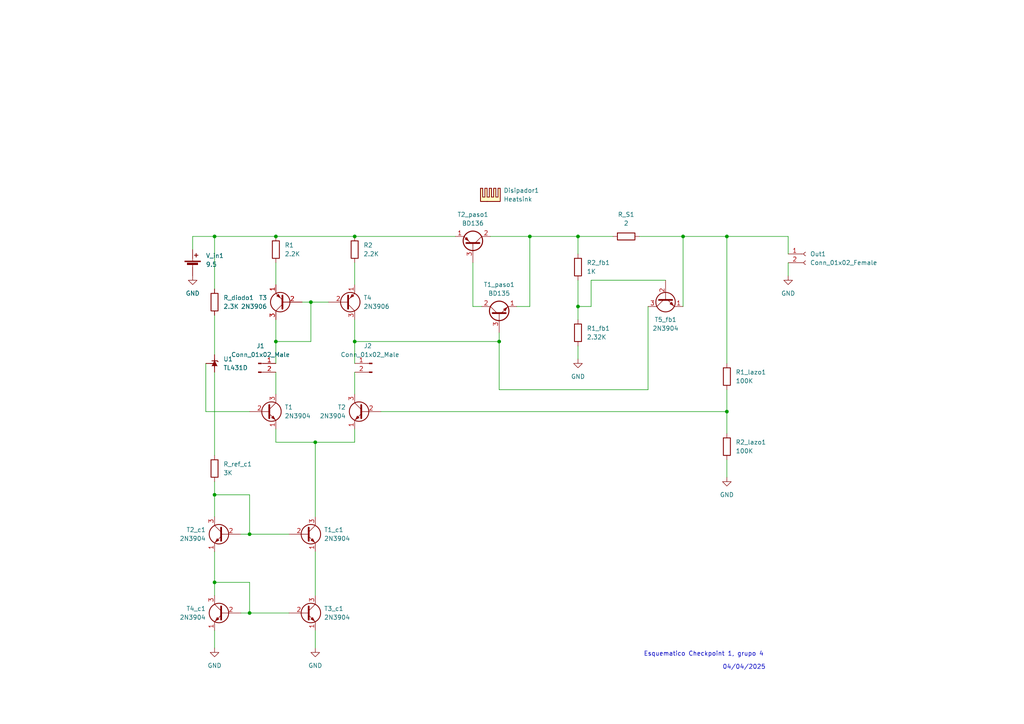
<source format=kicad_sch>
(kicad_sch (version 20211123) (generator eeschema)

  (uuid c0c98a60-d231-4430-b97d-72aee9277589)

  (paper "A4")

  (lib_symbols
    (symbol "Connector:Conn_01x02_Female" (pin_names (offset 1.016) hide) (in_bom yes) (on_board yes)
      (property "Reference" "J" (id 0) (at 0 2.54 0)
        (effects (font (size 1.27 1.27)))
      )
      (property "Value" "Conn_01x02_Female" (id 1) (at 0 -5.08 0)
        (effects (font (size 1.27 1.27)))
      )
      (property "Footprint" "" (id 2) (at 0 0 0)
        (effects (font (size 1.27 1.27)) hide)
      )
      (property "Datasheet" "~" (id 3) (at 0 0 0)
        (effects (font (size 1.27 1.27)) hide)
      )
      (property "ki_keywords" "connector" (id 4) (at 0 0 0)
        (effects (font (size 1.27 1.27)) hide)
      )
      (property "ki_description" "Generic connector, single row, 01x02, script generated (kicad-library-utils/schlib/autogen/connector/)" (id 5) (at 0 0 0)
        (effects (font (size 1.27 1.27)) hide)
      )
      (property "ki_fp_filters" "Connector*:*_1x??_*" (id 6) (at 0 0 0)
        (effects (font (size 1.27 1.27)) hide)
      )
      (symbol "Conn_01x02_Female_1_1"
        (arc (start 0 -2.032) (mid -0.508 -2.54) (end 0 -3.048)
          (stroke (width 0.1524) (type default) (color 0 0 0 0))
          (fill (type none))
        )
        (polyline
          (pts
            (xy -1.27 -2.54)
            (xy -0.508 -2.54)
          )
          (stroke (width 0.1524) (type default) (color 0 0 0 0))
          (fill (type none))
        )
        (polyline
          (pts
            (xy -1.27 0)
            (xy -0.508 0)
          )
          (stroke (width 0.1524) (type default) (color 0 0 0 0))
          (fill (type none))
        )
        (arc (start 0 0.508) (mid -0.508 0) (end 0 -0.508)
          (stroke (width 0.1524) (type default) (color 0 0 0 0))
          (fill (type none))
        )
        (pin passive line (at -5.08 0 0) (length 3.81)
          (name "Pin_1" (effects (font (size 1.27 1.27))))
          (number "1" (effects (font (size 1.27 1.27))))
        )
        (pin passive line (at -5.08 -2.54 0) (length 3.81)
          (name "Pin_2" (effects (font (size 1.27 1.27))))
          (number "2" (effects (font (size 1.27 1.27))))
        )
      )
    )
    (symbol "Connector:Conn_01x02_Male" (pin_names (offset 1.016) hide) (in_bom yes) (on_board yes)
      (property "Reference" "J" (id 0) (at 0 2.54 0)
        (effects (font (size 1.27 1.27)))
      )
      (property "Value" "Conn_01x02_Male" (id 1) (at 0 -5.08 0)
        (effects (font (size 1.27 1.27)))
      )
      (property "Footprint" "" (id 2) (at 0 0 0)
        (effects (font (size 1.27 1.27)) hide)
      )
      (property "Datasheet" "~" (id 3) (at 0 0 0)
        (effects (font (size 1.27 1.27)) hide)
      )
      (property "ki_keywords" "connector" (id 4) (at 0 0 0)
        (effects (font (size 1.27 1.27)) hide)
      )
      (property "ki_description" "Generic connector, single row, 01x02, script generated (kicad-library-utils/schlib/autogen/connector/)" (id 5) (at 0 0 0)
        (effects (font (size 1.27 1.27)) hide)
      )
      (property "ki_fp_filters" "Connector*:*_1x??_*" (id 6) (at 0 0 0)
        (effects (font (size 1.27 1.27)) hide)
      )
      (symbol "Conn_01x02_Male_1_1"
        (polyline
          (pts
            (xy 1.27 -2.54)
            (xy 0.8636 -2.54)
          )
          (stroke (width 0.1524) (type default) (color 0 0 0 0))
          (fill (type none))
        )
        (polyline
          (pts
            (xy 1.27 0)
            (xy 0.8636 0)
          )
          (stroke (width 0.1524) (type default) (color 0 0 0 0))
          (fill (type none))
        )
        (rectangle (start 0.8636 -2.413) (end 0 -2.667)
          (stroke (width 0.1524) (type default) (color 0 0 0 0))
          (fill (type outline))
        )
        (rectangle (start 0.8636 0.127) (end 0 -0.127)
          (stroke (width 0.1524) (type default) (color 0 0 0 0))
          (fill (type outline))
        )
        (pin passive line (at 5.08 0 180) (length 3.81)
          (name "Pin_1" (effects (font (size 1.27 1.27))))
          (number "1" (effects (font (size 1.27 1.27))))
        )
        (pin passive line (at 5.08 -2.54 180) (length 3.81)
          (name "Pin_2" (effects (font (size 1.27 1.27))))
          (number "2" (effects (font (size 1.27 1.27))))
        )
      )
    )
    (symbol "Device:Battery_Cell" (pin_numbers hide) (pin_names (offset 0) hide) (in_bom yes) (on_board yes)
      (property "Reference" "BT" (id 0) (at 2.54 2.54 0)
        (effects (font (size 1.27 1.27)) (justify left))
      )
      (property "Value" "Battery_Cell" (id 1) (at 2.54 0 0)
        (effects (font (size 1.27 1.27)) (justify left))
      )
      (property "Footprint" "" (id 2) (at 0 1.524 90)
        (effects (font (size 1.27 1.27)) hide)
      )
      (property "Datasheet" "~" (id 3) (at 0 1.524 90)
        (effects (font (size 1.27 1.27)) hide)
      )
      (property "ki_keywords" "battery cell" (id 4) (at 0 0 0)
        (effects (font (size 1.27 1.27)) hide)
      )
      (property "ki_description" "Single-cell battery" (id 5) (at 0 0 0)
        (effects (font (size 1.27 1.27)) hide)
      )
      (symbol "Battery_Cell_0_1"
        (rectangle (start -2.286 1.778) (end 2.286 1.524)
          (stroke (width 0) (type default) (color 0 0 0 0))
          (fill (type outline))
        )
        (rectangle (start -1.5748 1.1938) (end 1.4732 0.6858)
          (stroke (width 0) (type default) (color 0 0 0 0))
          (fill (type outline))
        )
        (polyline
          (pts
            (xy 0 0.762)
            (xy 0 0)
          )
          (stroke (width 0) (type default) (color 0 0 0 0))
          (fill (type none))
        )
        (polyline
          (pts
            (xy 0 1.778)
            (xy 0 2.54)
          )
          (stroke (width 0) (type default) (color 0 0 0 0))
          (fill (type none))
        )
        (polyline
          (pts
            (xy 0.508 3.429)
            (xy 1.524 3.429)
          )
          (stroke (width 0.254) (type default) (color 0 0 0 0))
          (fill (type none))
        )
        (polyline
          (pts
            (xy 1.016 3.937)
            (xy 1.016 2.921)
          )
          (stroke (width 0.254) (type default) (color 0 0 0 0))
          (fill (type none))
        )
      )
      (symbol "Battery_Cell_1_1"
        (pin passive line (at 0 5.08 270) (length 2.54)
          (name "+" (effects (font (size 1.27 1.27))))
          (number "1" (effects (font (size 1.27 1.27))))
        )
        (pin passive line (at 0 -2.54 90) (length 2.54)
          (name "-" (effects (font (size 1.27 1.27))))
          (number "2" (effects (font (size 1.27 1.27))))
        )
      )
    )
    (symbol "Device:R" (pin_numbers hide) (pin_names (offset 0)) (in_bom yes) (on_board yes)
      (property "Reference" "R" (id 0) (at 2.032 0 90)
        (effects (font (size 1.27 1.27)))
      )
      (property "Value" "R" (id 1) (at 0 0 90)
        (effects (font (size 1.27 1.27)))
      )
      (property "Footprint" "" (id 2) (at -1.778 0 90)
        (effects (font (size 1.27 1.27)) hide)
      )
      (property "Datasheet" "~" (id 3) (at 0 0 0)
        (effects (font (size 1.27 1.27)) hide)
      )
      (property "ki_keywords" "R res resistor" (id 4) (at 0 0 0)
        (effects (font (size 1.27 1.27)) hide)
      )
      (property "ki_description" "Resistor" (id 5) (at 0 0 0)
        (effects (font (size 1.27 1.27)) hide)
      )
      (property "ki_fp_filters" "R_*" (id 6) (at 0 0 0)
        (effects (font (size 1.27 1.27)) hide)
      )
      (symbol "R_0_1"
        (rectangle (start -1.016 -2.54) (end 1.016 2.54)
          (stroke (width 0.254) (type default) (color 0 0 0 0))
          (fill (type none))
        )
      )
      (symbol "R_1_1"
        (pin passive line (at 0 3.81 270) (length 1.27)
          (name "~" (effects (font (size 1.27 1.27))))
          (number "1" (effects (font (size 1.27 1.27))))
        )
        (pin passive line (at 0 -3.81 90) (length 1.27)
          (name "~" (effects (font (size 1.27 1.27))))
          (number "2" (effects (font (size 1.27 1.27))))
        )
      )
    )
    (symbol "Mechanical:Heatsink" (pin_names (offset 1.016)) (in_bom yes) (on_board yes)
      (property "Reference" "HS" (id 0) (at 0 5.08 0)
        (effects (font (size 1.27 1.27)))
      )
      (property "Value" "Heatsink" (id 1) (at 0 -1.27 0)
        (effects (font (size 1.27 1.27)))
      )
      (property "Footprint" "" (id 2) (at 0.3048 0 0)
        (effects (font (size 1.27 1.27)) hide)
      )
      (property "Datasheet" "~" (id 3) (at 0.3048 0 0)
        (effects (font (size 1.27 1.27)) hide)
      )
      (property "ki_keywords" "thermal heat temperature" (id 4) (at 0 0 0)
        (effects (font (size 1.27 1.27)) hide)
      )
      (property "ki_description" "Heatsink" (id 5) (at 0 0 0)
        (effects (font (size 1.27 1.27)) hide)
      )
      (property "ki_fp_filters" "Heatsink_*" (id 6) (at 0 0 0)
        (effects (font (size 1.27 1.27)) hide)
      )
      (symbol "Heatsink_0_1"
        (polyline
          (pts
            (xy -0.3302 1.27)
            (xy -0.9652 1.27)
            (xy -0.9652 3.81)
            (xy -1.6002 3.81)
            (xy -1.6002 1.27)
            (xy -2.2352 1.27)
            (xy -2.2352 3.81)
            (xy -2.8702 3.81)
            (xy -2.8702 0)
            (xy -0.9652 0)
          )
          (stroke (width 0.254) (type default) (color 0 0 0 0))
          (fill (type background))
        )
        (polyline
          (pts
            (xy -0.3302 1.27)
            (xy -0.3302 3.81)
            (xy 0.3048 3.81)
            (xy 0.3048 1.27)
            (xy 0.9398 1.27)
            (xy 0.9398 3.81)
            (xy 1.5748 3.81)
            (xy 1.5748 1.27)
            (xy 2.2098 1.27)
            (xy 2.2098 3.81)
            (xy 2.8448 3.81)
            (xy 2.8448 0)
            (xy -0.9652 0)
          )
          (stroke (width 0.254) (type default) (color 0 0 0 0))
          (fill (type background))
        )
      )
    )
    (symbol "Reference_Voltage:TL431D" (pin_numbers hide) (pin_names hide) (in_bom yes) (on_board yes)
      (property "Reference" "U" (id 0) (at 0 -2.54 0)
        (effects (font (size 1.27 1.27)))
      )
      (property "Value" "TL431D" (id 1) (at 0 -4.445 0)
        (effects (font (size 1.27 1.27)))
      )
      (property "Footprint" "Package_SO:SOIC-8_3.9x4.9mm_P1.27mm" (id 2) (at 0 -6.35 0)
        (effects (font (size 1.27 1.27) italic) hide)
      )
      (property "Datasheet" "http://www.ti.com/lit/ds/symlink/tl431.pdf" (id 3) (at 0 0 0)
        (effects (font (size 1.27 1.27) italic) hide)
      )
      (property "ki_keywords" "diode device shunt regulator" (id 4) (at 0 0 0)
        (effects (font (size 1.27 1.27)) hide)
      )
      (property "ki_description" "Shunt Regulator, SO-8" (id 5) (at 0 0 0)
        (effects (font (size 1.27 1.27)) hide)
      )
      (property "ki_fp_filters" "SOIC?8*3.9x4.9mm*P1.27mm*" (id 6) (at 0 0 0)
        (effects (font (size 1.27 1.27)) hide)
      )
      (symbol "TL431D_0_1"
        (polyline
          (pts
            (xy -1.27 0)
            (xy 0 0)
            (xy 1.27 0)
          )
          (stroke (width 0) (type default) (color 0 0 0 0))
          (fill (type none))
        )
        (polyline
          (pts
            (xy -0.762 0.762)
            (xy 0.762 0)
            (xy -0.762 -0.762)
          )
          (stroke (width 0) (type default) (color 0 0 0 0))
          (fill (type outline))
        )
        (polyline
          (pts
            (xy 0.508 -1.016)
            (xy 0.762 -0.762)
            (xy 0.762 0.762)
            (xy 0.762 0.762)
          )
          (stroke (width 0.254) (type default) (color 0 0 0 0))
          (fill (type none))
        )
      )
      (symbol "TL431D_1_1"
        (polyline
          (pts
            (xy 0 1.27)
            (xy 0 0)
          )
          (stroke (width 0) (type default) (color 0 0 0 0))
          (fill (type none))
        )
        (pin passive line (at 2.54 0 180) (length 2.54)
          (name "K" (effects (font (size 1.27 1.27))))
          (number "1" (effects (font (size 1.27 1.27))))
        )
        (pin passive line (at -2.54 0 0) (length 2.54)
          (name "A" (effects (font (size 1.27 1.27))))
          (number "2" (effects (font (size 1.27 1.27))))
        )
        (pin passive line (at -2.54 0 0) (length 2.54) hide
          (name "A" (effects (font (size 1.27 1.27))))
          (number "3" (effects (font (size 1.27 1.27))))
        )
        (pin passive line (at -2.54 0 0) (length 2.54) hide
          (name "A" (effects (font (size 1.27 1.27))))
          (number "6" (effects (font (size 1.27 1.27))))
        )
        (pin passive line (at -2.54 0 0) (length 2.54) hide
          (name "A" (effects (font (size 1.27 1.27))))
          (number "7" (effects (font (size 1.27 1.27))))
        )
        (pin passive line (at 0 2.54 270) (length 2.54)
          (name "REF" (effects (font (size 1.27 1.27))))
          (number "8" (effects (font (size 1.27 1.27))))
        )
      )
    )
    (symbol "Transistor_BJT:2N3904" (pin_names (offset 0) hide) (in_bom yes) (on_board yes)
      (property "Reference" "Q" (id 0) (at 5.08 1.905 0)
        (effects (font (size 1.27 1.27)) (justify left))
      )
      (property "Value" "2N3904" (id 1) (at 5.08 0 0)
        (effects (font (size 1.27 1.27)) (justify left))
      )
      (property "Footprint" "Package_TO_SOT_THT:TO-92_Inline" (id 2) (at 5.08 -1.905 0)
        (effects (font (size 1.27 1.27) italic) (justify left) hide)
      )
      (property "Datasheet" "https://www.onsemi.com/pub/Collateral/2N3903-D.PDF" (id 3) (at 0 0 0)
        (effects (font (size 1.27 1.27)) (justify left) hide)
      )
      (property "ki_keywords" "NPN Transistor" (id 4) (at 0 0 0)
        (effects (font (size 1.27 1.27)) hide)
      )
      (property "ki_description" "0.2A Ic, 40V Vce, Small Signal NPN Transistor, TO-92" (id 5) (at 0 0 0)
        (effects (font (size 1.27 1.27)) hide)
      )
      (property "ki_fp_filters" "TO?92*" (id 6) (at 0 0 0)
        (effects (font (size 1.27 1.27)) hide)
      )
      (symbol "2N3904_0_1"
        (polyline
          (pts
            (xy 0.635 0.635)
            (xy 2.54 2.54)
          )
          (stroke (width 0) (type default) (color 0 0 0 0))
          (fill (type none))
        )
        (polyline
          (pts
            (xy 0.635 -0.635)
            (xy 2.54 -2.54)
            (xy 2.54 -2.54)
          )
          (stroke (width 0) (type default) (color 0 0 0 0))
          (fill (type none))
        )
        (polyline
          (pts
            (xy 0.635 1.905)
            (xy 0.635 -1.905)
            (xy 0.635 -1.905)
          )
          (stroke (width 0.508) (type default) (color 0 0 0 0))
          (fill (type none))
        )
        (polyline
          (pts
            (xy 1.27 -1.778)
            (xy 1.778 -1.27)
            (xy 2.286 -2.286)
            (xy 1.27 -1.778)
            (xy 1.27 -1.778)
          )
          (stroke (width 0) (type default) (color 0 0 0 0))
          (fill (type outline))
        )
        (circle (center 1.27 0) (radius 2.8194)
          (stroke (width 0.254) (type default) (color 0 0 0 0))
          (fill (type none))
        )
      )
      (symbol "2N3904_1_1"
        (pin passive line (at 2.54 -5.08 90) (length 2.54)
          (name "E" (effects (font (size 1.27 1.27))))
          (number "1" (effects (font (size 1.27 1.27))))
        )
        (pin passive line (at -5.08 0 0) (length 5.715)
          (name "B" (effects (font (size 1.27 1.27))))
          (number "2" (effects (font (size 1.27 1.27))))
        )
        (pin passive line (at 2.54 5.08 270) (length 2.54)
          (name "C" (effects (font (size 1.27 1.27))))
          (number "3" (effects (font (size 1.27 1.27))))
        )
      )
    )
    (symbol "Transistor_BJT:2N3906" (pin_names (offset 0) hide) (in_bom yes) (on_board yes)
      (property "Reference" "Q" (id 0) (at 5.08 1.905 0)
        (effects (font (size 1.27 1.27)) (justify left))
      )
      (property "Value" "2N3906" (id 1) (at 5.08 0 0)
        (effects (font (size 1.27 1.27)) (justify left))
      )
      (property "Footprint" "Package_TO_SOT_THT:TO-92_Inline" (id 2) (at 5.08 -1.905 0)
        (effects (font (size 1.27 1.27) italic) (justify left) hide)
      )
      (property "Datasheet" "https://www.onsemi.com/pub/Collateral/2N3906-D.PDF" (id 3) (at 0 0 0)
        (effects (font (size 1.27 1.27)) (justify left) hide)
      )
      (property "ki_keywords" "PNP Transistor" (id 4) (at 0 0 0)
        (effects (font (size 1.27 1.27)) hide)
      )
      (property "ki_description" "-0.2A Ic, -40V Vce, Small Signal PNP Transistor, TO-92" (id 5) (at 0 0 0)
        (effects (font (size 1.27 1.27)) hide)
      )
      (property "ki_fp_filters" "TO?92*" (id 6) (at 0 0 0)
        (effects (font (size 1.27 1.27)) hide)
      )
      (symbol "2N3906_0_1"
        (polyline
          (pts
            (xy 0.635 0.635)
            (xy 2.54 2.54)
          )
          (stroke (width 0) (type default) (color 0 0 0 0))
          (fill (type none))
        )
        (polyline
          (pts
            (xy 0.635 -0.635)
            (xy 2.54 -2.54)
            (xy 2.54 -2.54)
          )
          (stroke (width 0) (type default) (color 0 0 0 0))
          (fill (type none))
        )
        (polyline
          (pts
            (xy 0.635 1.905)
            (xy 0.635 -1.905)
            (xy 0.635 -1.905)
          )
          (stroke (width 0.508) (type default) (color 0 0 0 0))
          (fill (type none))
        )
        (polyline
          (pts
            (xy 2.286 -1.778)
            (xy 1.778 -2.286)
            (xy 1.27 -1.27)
            (xy 2.286 -1.778)
            (xy 2.286 -1.778)
          )
          (stroke (width 0) (type default) (color 0 0 0 0))
          (fill (type outline))
        )
        (circle (center 1.27 0) (radius 2.8194)
          (stroke (width 0.254) (type default) (color 0 0 0 0))
          (fill (type none))
        )
      )
      (symbol "2N3906_1_1"
        (pin passive line (at 2.54 -5.08 90) (length 2.54)
          (name "E" (effects (font (size 1.27 1.27))))
          (number "1" (effects (font (size 1.27 1.27))))
        )
        (pin input line (at -5.08 0 0) (length 5.715)
          (name "B" (effects (font (size 1.27 1.27))))
          (number "2" (effects (font (size 1.27 1.27))))
        )
        (pin passive line (at 2.54 5.08 270) (length 2.54)
          (name "C" (effects (font (size 1.27 1.27))))
          (number "3" (effects (font (size 1.27 1.27))))
        )
      )
    )
    (symbol "Transistor_BJT:BD135" (pin_names (offset 0) hide) (in_bom yes) (on_board yes)
      (property "Reference" "Q" (id 0) (at 5.08 1.905 0)
        (effects (font (size 1.27 1.27)) (justify left))
      )
      (property "Value" "BD135" (id 1) (at 5.08 0 0)
        (effects (font (size 1.27 1.27)) (justify left))
      )
      (property "Footprint" "Package_TO_SOT_THT:TO-126-3_Vertical" (id 2) (at 5.08 -1.905 0)
        (effects (font (size 1.27 1.27) italic) (justify left) hide)
      )
      (property "Datasheet" "http://www.st.com/internet/com/TECHNICAL_RESOURCES/TECHNICAL_LITERATURE/DATASHEET/CD00001225.pdf" (id 3) (at 0 0 0)
        (effects (font (size 1.27 1.27)) (justify left) hide)
      )
      (property "ki_keywords" "Low Voltage Transistor" (id 4) (at 0 0 0)
        (effects (font (size 1.27 1.27)) hide)
      )
      (property "ki_description" "1.5A Ic, 45V Vce, Low Voltage Transistor, TO-126" (id 5) (at 0 0 0)
        (effects (font (size 1.27 1.27)) hide)
      )
      (property "ki_fp_filters" "TO?126*" (id 6) (at 0 0 0)
        (effects (font (size 1.27 1.27)) hide)
      )
      (symbol "BD135_0_1"
        (polyline
          (pts
            (xy 0 0)
            (xy 0.635 0)
          )
          (stroke (width 0) (type default) (color 0 0 0 0))
          (fill (type none))
        )
        (polyline
          (pts
            (xy 2.54 -2.54)
            (xy 0.635 -0.635)
          )
          (stroke (width 0) (type default) (color 0 0 0 0))
          (fill (type none))
        )
        (polyline
          (pts
            (xy 2.54 2.54)
            (xy 0.635 0.635)
          )
          (stroke (width 0) (type default) (color 0 0 0 0))
          (fill (type none))
        )
        (polyline
          (pts
            (xy 0.635 1.905)
            (xy 0.635 -1.905)
            (xy 0.635 -1.905)
          )
          (stroke (width 0.508) (type default) (color 0 0 0 0))
          (fill (type outline))
        )
        (polyline
          (pts
            (xy 1.2446 -1.778)
            (xy 1.7526 -1.27)
            (xy 2.286 -2.286)
            (xy 1.2446 -1.778)
            (xy 1.2446 -1.778)
          )
          (stroke (width 0) (type default) (color 0 0 0 0))
          (fill (type outline))
        )
        (circle (center 1.27 0) (radius 2.8194)
          (stroke (width 0.3048) (type default) (color 0 0 0 0))
          (fill (type none))
        )
      )
      (symbol "BD135_1_1"
        (pin passive line (at 2.54 -5.08 90) (length 2.54)
          (name "E" (effects (font (size 1.27 1.27))))
          (number "1" (effects (font (size 1.27 1.27))))
        )
        (pin passive line (at 2.54 5.08 270) (length 2.54)
          (name "C" (effects (font (size 1.27 1.27))))
          (number "2" (effects (font (size 1.27 1.27))))
        )
        (pin input line (at -5.08 0 0) (length 5.08)
          (name "B" (effects (font (size 1.27 1.27))))
          (number "3" (effects (font (size 1.27 1.27))))
        )
      )
    )
    (symbol "Transistor_BJT:BD136" (pin_names (offset 0) hide) (in_bom yes) (on_board yes)
      (property "Reference" "Q" (id 0) (at 5.08 1.905 0)
        (effects (font (size 1.27 1.27)) (justify left))
      )
      (property "Value" "BD136" (id 1) (at 5.08 0 0)
        (effects (font (size 1.27 1.27)) (justify left))
      )
      (property "Footprint" "Package_TO_SOT_THT:TO-126-3_Vertical" (id 2) (at 5.08 -1.905 0)
        (effects (font (size 1.27 1.27) italic) (justify left) hide)
      )
      (property "Datasheet" "http://www.st.com/internet/com/TECHNICAL_RESOURCES/TECHNICAL_LITERATURE/DATASHEET/CD00001225.pdf" (id 3) (at 0 0 0)
        (effects (font (size 1.27 1.27)) (justify left) hide)
      )
      (property "ki_keywords" "Low Voltage Transistor" (id 4) (at 0 0 0)
        (effects (font (size 1.27 1.27)) hide)
      )
      (property "ki_description" "1.5A Ic, 45V Vce, Low Voltage Transistor, TO-126" (id 5) (at 0 0 0)
        (effects (font (size 1.27 1.27)) hide)
      )
      (property "ki_fp_filters" "TO?126*" (id 6) (at 0 0 0)
        (effects (font (size 1.27 1.27)) hide)
      )
      (symbol "BD136_0_1"
        (polyline
          (pts
            (xy 0 0)
            (xy 0.635 0)
          )
          (stroke (width 0) (type default) (color 0 0 0 0))
          (fill (type none))
        )
        (polyline
          (pts
            (xy 2.54 -2.54)
            (xy 0.635 -0.635)
          )
          (stroke (width 0) (type default) (color 0 0 0 0))
          (fill (type none))
        )
        (polyline
          (pts
            (xy 2.54 2.54)
            (xy 0.635 0.635)
          )
          (stroke (width 0) (type default) (color 0 0 0 0))
          (fill (type none))
        )
        (polyline
          (pts
            (xy 0.635 1.905)
            (xy 0.635 -1.905)
            (xy 0.635 -1.905)
          )
          (stroke (width 0.508) (type default) (color 0 0 0 0))
          (fill (type outline))
        )
        (polyline
          (pts
            (xy 1.778 -2.286)
            (xy 2.286 -1.778)
            (xy 1.27 -1.27)
            (xy 1.778 -2.286)
            (xy 1.778 -2.286)
          )
          (stroke (width 0) (type default) (color 0 0 0 0))
          (fill (type outline))
        )
        (circle (center 1.27 0) (radius 2.8194)
          (stroke (width 0.3048) (type default) (color 0 0 0 0))
          (fill (type none))
        )
      )
      (symbol "BD136_1_1"
        (pin passive line (at 2.54 -5.08 90) (length 2.54)
          (name "E" (effects (font (size 1.27 1.27))))
          (number "1" (effects (font (size 1.27 1.27))))
        )
        (pin passive line (at 2.54 5.08 270) (length 2.54)
          (name "C" (effects (font (size 1.27 1.27))))
          (number "2" (effects (font (size 1.27 1.27))))
        )
        (pin input line (at -5.08 0 0) (length 5.08)
          (name "B" (effects (font (size 1.27 1.27))))
          (number "3" (effects (font (size 1.27 1.27))))
        )
      )
    )
    (symbol "power:GND" (power) (pin_names (offset 0)) (in_bom yes) (on_board yes)
      (property "Reference" "#PWR" (id 0) (at 0 -6.35 0)
        (effects (font (size 1.27 1.27)) hide)
      )
      (property "Value" "GND" (id 1) (at 0 -3.81 0)
        (effects (font (size 1.27 1.27)))
      )
      (property "Footprint" "" (id 2) (at 0 0 0)
        (effects (font (size 1.27 1.27)) hide)
      )
      (property "Datasheet" "" (id 3) (at 0 0 0)
        (effects (font (size 1.27 1.27)) hide)
      )
      (property "ki_keywords" "power-flag" (id 4) (at 0 0 0)
        (effects (font (size 1.27 1.27)) hide)
      )
      (property "ki_description" "Power symbol creates a global label with name \"GND\" , ground" (id 5) (at 0 0 0)
        (effects (font (size 1.27 1.27)) hide)
      )
      (symbol "GND_0_1"
        (polyline
          (pts
            (xy 0 0)
            (xy 0 -1.27)
            (xy 1.27 -1.27)
            (xy 0 -2.54)
            (xy -1.27 -1.27)
            (xy 0 -1.27)
          )
          (stroke (width 0) (type default) (color 0 0 0 0))
          (fill (type none))
        )
      )
      (symbol "GND_1_1"
        (pin power_in line (at 0 0 270) (length 0) hide
          (name "GND" (effects (font (size 1.27 1.27))))
          (number "1" (effects (font (size 1.27 1.27))))
        )
      )
    )
  )

  (junction (at 62.23 143.51) (diameter 0) (color 0 0 0 0)
    (uuid 182fb48a-7dd4-494d-97e2-ef3251b97c4c)
  )
  (junction (at 102.87 68.58) (diameter 0) (color 0 0 0 0)
    (uuid 1eb742ce-29ab-4476-8c2d-73535b88dc73)
  )
  (junction (at 153.67 68.58) (diameter 0) (color 0 0 0 0)
    (uuid 235dae2a-f406-4ca8-a7bc-847adb43e019)
  )
  (junction (at 167.64 88.9) (diameter 0) (color 0 0 0 0)
    (uuid 2b6e90ac-ee49-4f62-afa2-79c774874c88)
  )
  (junction (at 72.39 177.8) (diameter 0) (color 0 0 0 0)
    (uuid 35d121f3-991c-469e-a98c-a4f140d696cd)
  )
  (junction (at 102.87 99.06) (diameter 0) (color 0 0 0 0)
    (uuid 3acb17a0-a18a-4b7f-b563-30207388bb18)
  )
  (junction (at 62.23 168.91) (diameter 0) (color 0 0 0 0)
    (uuid 5423d7f2-c4f9-4ca5-86e2-43051fa0fbd4)
  )
  (junction (at 62.23 68.58) (diameter 0) (color 0 0 0 0)
    (uuid 65e58ba4-4384-42ca-8052-fe99b814e495)
  )
  (junction (at 80.01 99.06) (diameter 0) (color 0 0 0 0)
    (uuid 6c0265af-8c2a-4ad7-853f-1b15a3202b88)
  )
  (junction (at 91.44 128.27) (diameter 0) (color 0 0 0 0)
    (uuid 74dbbd3f-49bc-4bd2-b8e1-623ee92fd385)
  )
  (junction (at 72.39 154.94) (diameter 0) (color 0 0 0 0)
    (uuid 84e7eea2-4970-4b24-8486-9d15ff1ed7bd)
  )
  (junction (at 167.64 68.58) (diameter 0) (color 0 0 0 0)
    (uuid 92e5d519-f1ed-4281-b145-a783adf557a5)
  )
  (junction (at 80.01 68.58) (diameter 0) (color 0 0 0 0)
    (uuid aec9588c-6189-4dff-8fcd-44216709e6c6)
  )
  (junction (at 198.12 68.58) (diameter 0) (color 0 0 0 0)
    (uuid c0a43966-6b22-458b-8f4b-81a875cc7f8d)
  )
  (junction (at 210.82 68.58) (diameter 0) (color 0 0 0 0)
    (uuid cd957d73-4cb8-46ee-af97-edca84d2c3cb)
  )
  (junction (at 210.82 119.38) (diameter 0) (color 0 0 0 0)
    (uuid d21f66be-f729-4f10-a6ca-4d54257033ed)
  )
  (junction (at 144.78 99.06) (diameter 0) (color 0 0 0 0)
    (uuid ede3782b-6e94-417d-8832-59d5c2da21a5)
  )
  (junction (at 90.17 87.63) (diameter 0) (color 0 0 0 0)
    (uuid f3cd5f98-4b93-4390-90df-6d5f529e3d14)
  )

  (wire (pts (xy 185.42 68.58) (xy 198.12 68.58))
    (stroke (width 0) (type default) (color 0 0 0 0))
    (uuid 0157a4af-0ace-49b7-8793-2b0171f3ead5)
  )
  (wire (pts (xy 142.24 68.58) (xy 153.67 68.58))
    (stroke (width 0) (type default) (color 0 0 0 0))
    (uuid 03262bd2-ca9f-42e4-b8da-7725a0f23fc3)
  )
  (wire (pts (xy 72.39 168.91) (xy 72.39 177.8))
    (stroke (width 0) (type default) (color 0 0 0 0))
    (uuid 04fab988-7e49-4f9f-865c-e09692357da1)
  )
  (wire (pts (xy 62.23 143.51) (xy 72.39 143.51))
    (stroke (width 0) (type default) (color 0 0 0 0))
    (uuid 11b71e97-7707-4d93-8a1a-fa4fccf7e872)
  )
  (wire (pts (xy 137.16 88.9) (xy 139.7 88.9))
    (stroke (width 0) (type default) (color 0 0 0 0))
    (uuid 132dc557-3571-47b3-9a40-4a43b6d778af)
  )
  (wire (pts (xy 62.23 68.58) (xy 80.01 68.58))
    (stroke (width 0) (type default) (color 0 0 0 0))
    (uuid 1baff72e-335d-4329-bdc2-9fc3b251de1c)
  )
  (wire (pts (xy 110.49 119.38) (xy 210.82 119.38))
    (stroke (width 0) (type default) (color 0 0 0 0))
    (uuid 1e0183ce-5ce4-4727-a123-ee1d81a10ca3)
  )
  (wire (pts (xy 153.67 88.9) (xy 149.86 88.9))
    (stroke (width 0) (type default) (color 0 0 0 0))
    (uuid 247b494c-a860-45e9-9df0-a1d543685e17)
  )
  (wire (pts (xy 72.39 143.51) (xy 72.39 154.94))
    (stroke (width 0) (type default) (color 0 0 0 0))
    (uuid 2942d5c1-f058-4ded-9891-0872246dba37)
  )
  (wire (pts (xy 153.67 68.58) (xy 153.67 88.9))
    (stroke (width 0) (type default) (color 0 0 0 0))
    (uuid 29b321a1-8f1e-409d-8c58-6f10d667c199)
  )
  (wire (pts (xy 80.01 99.06) (xy 90.17 99.06))
    (stroke (width 0) (type default) (color 0 0 0 0))
    (uuid 2ae86146-7604-4f71-83ca-86ff4d0b51f0)
  )
  (wire (pts (xy 62.23 160.02) (xy 62.23 168.91))
    (stroke (width 0) (type default) (color 0 0 0 0))
    (uuid 2e92f3d6-f118-4596-8312-11e84896300f)
  )
  (wire (pts (xy 62.23 168.91) (xy 72.39 168.91))
    (stroke (width 0) (type default) (color 0 0 0 0))
    (uuid 362a6bc9-3a3a-41ab-943c-bc0f071e18e9)
  )
  (wire (pts (xy 80.01 92.71) (xy 80.01 99.06))
    (stroke (width 0) (type default) (color 0 0 0 0))
    (uuid 3751e4ef-8366-4753-ab3c-68e08f8e135a)
  )
  (wire (pts (xy 167.64 81.28) (xy 167.64 88.9))
    (stroke (width 0) (type default) (color 0 0 0 0))
    (uuid 387489df-ecf1-4ca7-94f7-68dcd440b83d)
  )
  (wire (pts (xy 102.87 124.46) (xy 102.87 128.27))
    (stroke (width 0) (type default) (color 0 0 0 0))
    (uuid 388add46-81e0-4101-8253-d301b301b281)
  )
  (wire (pts (xy 80.01 76.2) (xy 80.01 82.55))
    (stroke (width 0) (type default) (color 0 0 0 0))
    (uuid 3d89d070-3baa-472b-bd15-3841c3d6f25b)
  )
  (wire (pts (xy 102.87 68.58) (xy 132.08 68.58))
    (stroke (width 0) (type default) (color 0 0 0 0))
    (uuid 53c8d44a-0376-4af5-aef5-e09e0bd301b9)
  )
  (wire (pts (xy 55.88 68.58) (xy 62.23 68.58))
    (stroke (width 0) (type default) (color 0 0 0 0))
    (uuid 54d79bb2-b97c-4149-bb23-6a68afeb1fc3)
  )
  (wire (pts (xy 210.82 119.38) (xy 210.82 125.73))
    (stroke (width 0) (type default) (color 0 0 0 0))
    (uuid 5784ef35-e167-4efe-86f8-7166e93389cc)
  )
  (wire (pts (xy 102.87 107.95) (xy 102.87 114.3))
    (stroke (width 0) (type default) (color 0 0 0 0))
    (uuid 57c50930-9e98-4cbb-aea5-e95963cac1dc)
  )
  (wire (pts (xy 59.69 119.38) (xy 72.39 119.38))
    (stroke (width 0) (type default) (color 0 0 0 0))
    (uuid 58061580-a059-4ba5-bb60-b6d08bc1c29b)
  )
  (wire (pts (xy 210.82 68.58) (xy 210.82 105.41))
    (stroke (width 0) (type default) (color 0 0 0 0))
    (uuid 5c12b91e-cace-4e2b-ba14-4f8f7330ed88)
  )
  (wire (pts (xy 171.45 88.9) (xy 167.64 88.9))
    (stroke (width 0) (type default) (color 0 0 0 0))
    (uuid 5ce8a210-3e55-4ff3-8172-318373295ade)
  )
  (wire (pts (xy 69.85 154.94) (xy 72.39 154.94))
    (stroke (width 0) (type default) (color 0 0 0 0))
    (uuid 5e22afff-c877-4a7b-bbb1-ebf8aa457121)
  )
  (wire (pts (xy 153.67 68.58) (xy 167.64 68.58))
    (stroke (width 0) (type default) (color 0 0 0 0))
    (uuid 5e570694-0aa4-48ed-b1eb-708cb2559000)
  )
  (wire (pts (xy 210.82 133.35) (xy 210.82 138.43))
    (stroke (width 0) (type default) (color 0 0 0 0))
    (uuid 681a90ca-3f7b-4e6b-943a-ea542fd37e29)
  )
  (wire (pts (xy 59.69 105.41) (xy 59.69 119.38))
    (stroke (width 0) (type default) (color 0 0 0 0))
    (uuid 6cc73ad1-5e94-41da-9c84-832b26dcb779)
  )
  (wire (pts (xy 228.6 76.2) (xy 228.6 80.01))
    (stroke (width 0) (type default) (color 0 0 0 0))
    (uuid 76c3f610-0727-4c1c-9fbc-bf2b8270fc36)
  )
  (wire (pts (xy 102.87 92.71) (xy 102.87 99.06))
    (stroke (width 0) (type default) (color 0 0 0 0))
    (uuid 79c52016-aefd-441d-881f-44a38af43351)
  )
  (wire (pts (xy 72.39 154.94) (xy 83.82 154.94))
    (stroke (width 0) (type default) (color 0 0 0 0))
    (uuid 7a8bbfaf-8eeb-4adc-a65c-e92c7e85e009)
  )
  (wire (pts (xy 187.96 113.03) (xy 144.78 113.03))
    (stroke (width 0) (type default) (color 0 0 0 0))
    (uuid 7dd35d47-7bcc-4bef-875b-2d7c81fa5509)
  )
  (wire (pts (xy 210.82 113.03) (xy 210.82 119.38))
    (stroke (width 0) (type default) (color 0 0 0 0))
    (uuid 810ace40-bfaa-4a4f-8325-deb706665f1a)
  )
  (wire (pts (xy 80.01 124.46) (xy 80.01 128.27))
    (stroke (width 0) (type default) (color 0 0 0 0))
    (uuid 810b6a94-a188-4bdb-9b7e-8189b64c4d06)
  )
  (wire (pts (xy 69.85 177.8) (xy 72.39 177.8))
    (stroke (width 0) (type default) (color 0 0 0 0))
    (uuid 817512af-fa97-4d6d-bf08-d6c24e85c646)
  )
  (wire (pts (xy 187.96 88.9) (xy 187.96 113.03))
    (stroke (width 0) (type default) (color 0 0 0 0))
    (uuid 88a83c82-2964-4b15-8852-d49e401fdb88)
  )
  (wire (pts (xy 87.63 87.63) (xy 90.17 87.63))
    (stroke (width 0) (type default) (color 0 0 0 0))
    (uuid 8d86f0f9-57f1-4546-b7fa-3454118bc10e)
  )
  (wire (pts (xy 62.23 182.88) (xy 62.23 187.96))
    (stroke (width 0) (type default) (color 0 0 0 0))
    (uuid 9328b81f-4e7b-438b-9699-14b378cc44e9)
  )
  (wire (pts (xy 62.23 91.44) (xy 62.23 102.87))
    (stroke (width 0) (type default) (color 0 0 0 0))
    (uuid 9566b9f8-f169-4dc1-a5fb-7165be7d6a50)
  )
  (wire (pts (xy 137.16 76.2) (xy 137.16 88.9))
    (stroke (width 0) (type default) (color 0 0 0 0))
    (uuid 96d6ba50-2967-4de2-9442-f12429630654)
  )
  (wire (pts (xy 144.78 113.03) (xy 144.78 99.06))
    (stroke (width 0) (type default) (color 0 0 0 0))
    (uuid 97e8f5ed-123a-4c63-bc68-760dcc9ffa58)
  )
  (wire (pts (xy 144.78 99.06) (xy 102.87 99.06))
    (stroke (width 0) (type default) (color 0 0 0 0))
    (uuid 98811cf6-f36c-41ed-982f-198e256d28dc)
  )
  (wire (pts (xy 62.23 149.86) (xy 62.23 143.51))
    (stroke (width 0) (type default) (color 0 0 0 0))
    (uuid 9e8cc2fe-180b-4f4d-9622-feca2b51c7e1)
  )
  (wire (pts (xy 167.64 88.9) (xy 167.64 92.71))
    (stroke (width 0) (type default) (color 0 0 0 0))
    (uuid a2e72d9c-6ac3-4e34-853a-fd45906064f4)
  )
  (wire (pts (xy 167.64 68.58) (xy 167.64 73.66))
    (stroke (width 0) (type default) (color 0 0 0 0))
    (uuid a5aabfb5-c287-425e-b163-a18b1e009080)
  )
  (wire (pts (xy 80.01 99.06) (xy 80.01 105.41))
    (stroke (width 0) (type default) (color 0 0 0 0))
    (uuid abae3c13-84b3-4da3-9b77-b4c2611d6390)
  )
  (wire (pts (xy 62.23 139.7) (xy 62.23 143.51))
    (stroke (width 0) (type default) (color 0 0 0 0))
    (uuid acfcf1e0-f92e-4015-92f4-a2a04fc25dbd)
  )
  (wire (pts (xy 193.04 81.28) (xy 171.45 81.28))
    (stroke (width 0) (type default) (color 0 0 0 0))
    (uuid ad85f2a1-a53b-4d39-b035-a993811cd167)
  )
  (wire (pts (xy 228.6 68.58) (xy 228.6 73.66))
    (stroke (width 0) (type default) (color 0 0 0 0))
    (uuid b22a440c-2326-41f7-b878-d948a15940ab)
  )
  (wire (pts (xy 80.01 128.27) (xy 91.44 128.27))
    (stroke (width 0) (type default) (color 0 0 0 0))
    (uuid b5789ff1-a76f-4f2a-8e91-c3dceb8176a4)
  )
  (wire (pts (xy 171.45 81.28) (xy 171.45 88.9))
    (stroke (width 0) (type default) (color 0 0 0 0))
    (uuid b7b14500-09df-4f56-b12c-f690a9d3e88e)
  )
  (wire (pts (xy 62.23 168.91) (xy 62.23 172.72))
    (stroke (width 0) (type default) (color 0 0 0 0))
    (uuid b8733bbb-943c-4386-8bfb-856a0c7a1b43)
  )
  (wire (pts (xy 102.87 76.2) (xy 102.87 82.55))
    (stroke (width 0) (type default) (color 0 0 0 0))
    (uuid bca7f3ad-29b4-45c3-bae8-a99be564d616)
  )
  (wire (pts (xy 62.23 83.82) (xy 62.23 68.58))
    (stroke (width 0) (type default) (color 0 0 0 0))
    (uuid bcfe62c2-d20f-47e3-a575-03fcbd7b8ad0)
  )
  (wire (pts (xy 90.17 87.63) (xy 90.17 99.06))
    (stroke (width 0) (type default) (color 0 0 0 0))
    (uuid c26e901a-4a83-4fad-83b8-4f6a682189db)
  )
  (wire (pts (xy 90.17 87.63) (xy 95.25 87.63))
    (stroke (width 0) (type default) (color 0 0 0 0))
    (uuid c9290d64-5d18-48d8-9e69-e3799f71b2dc)
  )
  (wire (pts (xy 210.82 68.58) (xy 228.6 68.58))
    (stroke (width 0) (type default) (color 0 0 0 0))
    (uuid cbeba33b-3b68-43e1-b44c-65274c67e580)
  )
  (wire (pts (xy 91.44 128.27) (xy 91.44 149.86))
    (stroke (width 0) (type default) (color 0 0 0 0))
    (uuid d10751c7-cca6-4191-a530-d003836cc577)
  )
  (wire (pts (xy 62.23 107.95) (xy 62.23 132.08))
    (stroke (width 0) (type default) (color 0 0 0 0))
    (uuid d20ac658-201e-441d-b098-f3e023303b4a)
  )
  (wire (pts (xy 144.78 96.52) (xy 144.78 99.06))
    (stroke (width 0) (type default) (color 0 0 0 0))
    (uuid d4446461-284e-4d8c-8832-cc0c9d3dddfb)
  )
  (wire (pts (xy 102.87 99.06) (xy 102.87 105.41))
    (stroke (width 0) (type default) (color 0 0 0 0))
    (uuid d4599bb5-961d-441f-85ef-34c87daa3777)
  )
  (wire (pts (xy 80.01 107.95) (xy 80.01 114.3))
    (stroke (width 0) (type default) (color 0 0 0 0))
    (uuid d9790c1c-29cf-41da-8655-391e8307c0e5)
  )
  (wire (pts (xy 91.44 182.88) (xy 91.44 187.96))
    (stroke (width 0) (type default) (color 0 0 0 0))
    (uuid db2bb3d0-14c2-441b-8339-3c70bd116519)
  )
  (wire (pts (xy 55.88 72.39) (xy 55.88 68.58))
    (stroke (width 0) (type default) (color 0 0 0 0))
    (uuid e479d83a-c5e1-43bf-9a1d-e8877606b1b3)
  )
  (wire (pts (xy 167.64 68.58) (xy 177.8 68.58))
    (stroke (width 0) (type default) (color 0 0 0 0))
    (uuid e70b34dd-b0bd-4fed-9466-e5316349940b)
  )
  (wire (pts (xy 198.12 88.9) (xy 198.12 68.58))
    (stroke (width 0) (type default) (color 0 0 0 0))
    (uuid ed1c2d19-75db-451f-953c-47110b9589a3)
  )
  (wire (pts (xy 167.64 100.33) (xy 167.64 104.14))
    (stroke (width 0) (type default) (color 0 0 0 0))
    (uuid f41902f5-5790-4b7f-9761-9f35a810e2e4)
  )
  (wire (pts (xy 198.12 68.58) (xy 210.82 68.58))
    (stroke (width 0) (type default) (color 0 0 0 0))
    (uuid f85e8e65-d486-4d1c-8bd1-4743d9f3ac83)
  )
  (wire (pts (xy 91.44 128.27) (xy 102.87 128.27))
    (stroke (width 0) (type default) (color 0 0 0 0))
    (uuid f98c7566-dcaa-45f8-92d1-d1208299879e)
  )
  (wire (pts (xy 91.44 160.02) (xy 91.44 172.72))
    (stroke (width 0) (type default) (color 0 0 0 0))
    (uuid facad030-6c6d-4720-9f44-66ba8c89c7a9)
  )
  (wire (pts (xy 72.39 177.8) (xy 83.82 177.8))
    (stroke (width 0) (type default) (color 0 0 0 0))
    (uuid fbdaa559-56cd-4745-b455-d5ece877150c)
  )
  (wire (pts (xy 80.01 68.58) (xy 102.87 68.58))
    (stroke (width 0) (type default) (color 0 0 0 0))
    (uuid fea22349-ba9d-4571-91ca-00b53e354897)
  )

  (text "04/04/2025" (at 209.55 194.31 0)
    (effects (font (size 1.27 1.27)) (justify left bottom))
    (uuid 00706386-deb0-4b2d-a411-ef789d1b4c2d)
  )
  (text "Esquematico Checkpoint 1, grupo 4\n" (at 186.69 190.5 0)
    (effects (font (size 1.27 1.27)) (justify left bottom))
    (uuid 68d1fec7-d499-4780-8b7f-7bb1e9a0460b)
  )

  (symbol (lib_id "Transistor_BJT:2N3906") (at 100.33 87.63 0) (mirror x) (unit 1)
    (in_bom yes) (on_board yes) (fields_autoplaced)
    (uuid 003a5356-864d-4f78-bd8d-c495299aadeb)
    (property "Reference" "T4" (id 0) (at 105.41 86.3599 0)
      (effects (font (size 1.27 1.27)) (justify left))
    )
    (property "Value" "2N3906" (id 1) (at 105.41 88.8999 0)
      (effects (font (size 1.27 1.27)) (justify left))
    )
    (property "Footprint" "Package_TO_SOT_THT:TO-92_Inline" (id 2) (at 105.41 85.725 0)
      (effects (font (size 1.27 1.27) italic) (justify left) hide)
    )
    (property "Datasheet" "https://www.onsemi.com/pub/Collateral/2N3906-D.PDF" (id 3) (at 100.33 87.63 0)
      (effects (font (size 1.27 1.27)) (justify left) hide)
    )
    (pin "1" (uuid 84cc0987-aa36-4ff2-9108-10fe4a83172d))
    (pin "2" (uuid bdfd5dc4-426d-4083-849d-40b5b99ad82e))
    (pin "3" (uuid b8b4638f-aea0-4c50-88f1-34205cc95a62))
  )

  (symbol (lib_id "Transistor_BJT:2N3904") (at 77.47 119.38 0) (unit 1)
    (in_bom yes) (on_board yes) (fields_autoplaced)
    (uuid 0a81e15f-5203-4651-9c90-d1c940dc6b83)
    (property "Reference" "T1" (id 0) (at 82.55 118.1099 0)
      (effects (font (size 1.27 1.27)) (justify left))
    )
    (property "Value" "2N3904" (id 1) (at 82.55 120.6499 0)
      (effects (font (size 1.27 1.27)) (justify left))
    )
    (property "Footprint" "Package_TO_SOT_THT:TO-92_Inline" (id 2) (at 82.55 121.285 0)
      (effects (font (size 1.27 1.27) italic) (justify left) hide)
    )
    (property "Datasheet" "https://www.onsemi.com/pub/Collateral/2N3903-D.PDF" (id 3) (at 77.47 119.38 0)
      (effects (font (size 1.27 1.27)) (justify left) hide)
    )
    (pin "1" (uuid 6e2fe5dd-7163-4590-8bd8-8ccbc8e42537))
    (pin "2" (uuid 7d4260cc-0fb2-4557-9529-616cb4bfcc59))
    (pin "3" (uuid f8772569-1d3c-40c9-9003-396bc71d7b02))
  )

  (symbol (lib_id "Connector:Conn_01x02_Female") (at 233.68 73.66 0) (unit 1)
    (in_bom yes) (on_board yes) (fields_autoplaced)
    (uuid 19a64414-ea51-4ed3-acb8-42f7c59ed984)
    (property "Reference" "Out1" (id 0) (at 234.95 73.6599 0)
      (effects (font (size 1.27 1.27)) (justify left))
    )
    (property "Value" "Conn_01x02_Female" (id 1) (at 234.95 76.1999 0)
      (effects (font (size 1.27 1.27)) (justify left))
    )
    (property "Footprint" "TerminalBlock:TerminalBlock_bornier-2_P5.08mm" (id 2) (at 233.68 73.66 0)
      (effects (font (size 1.27 1.27)) hide)
    )
    (property "Datasheet" "~" (id 3) (at 233.68 73.66 0)
      (effects (font (size 1.27 1.27)) hide)
    )
    (pin "1" (uuid 070074a5-6731-4024-8c16-70f39e08bbee))
    (pin "2" (uuid 843fe951-3f22-457a-8c54-72ce03f98491))
  )

  (symbol (lib_id "Mechanical:Heatsink") (at 142.24 58.42 0) (unit 1)
    (in_bom yes) (on_board yes) (fields_autoplaced)
    (uuid 28443080-d244-4d71-a479-dba00658391b)
    (property "Reference" "Disipador1" (id 0) (at 146.05 55.2449 0)
      (effects (font (size 1.27 1.27)) (justify left))
    )
    (property "Value" "Heatsink" (id 1) (at 146.05 57.7849 0)
      (effects (font (size 1.27 1.27)) (justify left))
    )
    (property "Footprint" "MountingHole:MountingHole_2.2mm_M2" (id 2) (at 142.5448 58.42 0)
      (effects (font (size 1.27 1.27)) hide)
    )
    (property "Datasheet" "~" (id 3) (at 142.5448 58.42 0)
      (effects (font (size 1.27 1.27)) hide)
    )
  )

  (symbol (lib_id "Device:R") (at 210.82 109.22 0) (unit 1)
    (in_bom yes) (on_board yes) (fields_autoplaced)
    (uuid 2cd3b78f-cff5-40df-9cc6-bb008d505daa)
    (property "Reference" "R1_lazo1" (id 0) (at 213.36 107.9499 0)
      (effects (font (size 1.27 1.27)) (justify left))
    )
    (property "Value" "100K" (id 1) (at 213.36 110.4899 0)
      (effects (font (size 1.27 1.27)) (justify left))
    )
    (property "Footprint" "Resistor_THT:R_Axial_DIN0207_L6.3mm_D2.5mm_P7.62mm_Horizontal" (id 2) (at 209.042 109.22 90)
      (effects (font (size 1.27 1.27)) hide)
    )
    (property "Datasheet" "~" (id 3) (at 210.82 109.22 0)
      (effects (font (size 1.27 1.27)) hide)
    )
    (pin "1" (uuid 9ce38c20-601c-47e6-ad97-99ec2a994b1d))
    (pin "2" (uuid 33c23c9f-a6ed-4438-9190-92b853dd0209))
  )

  (symbol (lib_id "Transistor_BJT:BD135") (at 144.78 91.44 90) (unit 1)
    (in_bom yes) (on_board yes) (fields_autoplaced)
    (uuid 32123158-e5a1-4bff-9b1a-4f8588d53174)
    (property "Reference" "T1_paso1" (id 0) (at 144.78 82.55 90))
    (property "Value" "BD135" (id 1) (at 144.78 85.09 90))
    (property "Footprint" "Package_TO_SOT_THT:TO-126-3_Vertical" (id 2) (at 146.685 86.36 0)
      (effects (font (size 1.27 1.27) italic) (justify left) hide)
    )
    (property "Datasheet" "http://www.st.com/internet/com/TECHNICAL_RESOURCES/TECHNICAL_LITERATURE/DATASHEET/CD00001225.pdf" (id 3) (at 144.78 91.44 0)
      (effects (font (size 1.27 1.27)) (justify left) hide)
    )
    (pin "1" (uuid 66475658-5327-4a46-8ab3-f384d0cfb7cc))
    (pin "2" (uuid f1370a9a-70b1-41d7-a2ea-cda81b1d3e9e))
    (pin "3" (uuid 06fd61b3-4211-457e-9bcc-4da9a0c03035))
  )

  (symbol (lib_id "Device:R") (at 80.01 72.39 0) (unit 1)
    (in_bom yes) (on_board yes) (fields_autoplaced)
    (uuid 33050ee1-0d2e-4294-b5c1-ad3f7806d9ae)
    (property "Reference" "R1" (id 0) (at 82.55 71.1199 0)
      (effects (font (size 1.27 1.27)) (justify left))
    )
    (property "Value" "2.2K" (id 1) (at 82.55 73.6599 0)
      (effects (font (size 1.27 1.27)) (justify left))
    )
    (property "Footprint" "Resistor_THT:R_Axial_DIN0207_L6.3mm_D2.5mm_P7.62mm_Horizontal" (id 2) (at 78.232 72.39 90)
      (effects (font (size 1.27 1.27)) hide)
    )
    (property "Datasheet" "~" (id 3) (at 80.01 72.39 0)
      (effects (font (size 1.27 1.27)) hide)
    )
    (pin "1" (uuid 292ccbd9-d800-4db0-978a-cfa8f4309d58))
    (pin "2" (uuid 7802b5c1-b8e8-4da3-aac1-2e6231d70806))
  )

  (symbol (lib_id "Transistor_BJT:2N3904") (at 105.41 119.38 0) (mirror y) (unit 1)
    (in_bom yes) (on_board yes) (fields_autoplaced)
    (uuid 4012b10d-ec3f-49b0-a28c-509a0b06e96e)
    (property "Reference" "T2" (id 0) (at 100.33 118.1099 0)
      (effects (font (size 1.27 1.27)) (justify left))
    )
    (property "Value" "2N3904" (id 1) (at 100.33 120.6499 0)
      (effects (font (size 1.27 1.27)) (justify left))
    )
    (property "Footprint" "Package_TO_SOT_THT:TO-92_Inline" (id 2) (at 100.33 121.285 0)
      (effects (font (size 1.27 1.27) italic) (justify left) hide)
    )
    (property "Datasheet" "https://www.onsemi.com/pub/Collateral/2N3903-D.PDF" (id 3) (at 105.41 119.38 0)
      (effects (font (size 1.27 1.27)) (justify left) hide)
    )
    (pin "1" (uuid 6494fbb9-cf88-4729-a7c3-94a2b17c9cce))
    (pin "2" (uuid 70e60a69-3d73-4c25-9be9-515e0a967def))
    (pin "3" (uuid dfeb7d76-6dc5-4a73-ae5d-097a52bd09a8))
  )

  (symbol (lib_id "Device:R") (at 167.64 77.47 0) (unit 1)
    (in_bom yes) (on_board yes) (fields_autoplaced)
    (uuid 535529d6-ac5b-411d-b642-f63d99b6b712)
    (property "Reference" "R2_fb1" (id 0) (at 170.18 76.1999 0)
      (effects (font (size 1.27 1.27)) (justify left))
    )
    (property "Value" "1K" (id 1) (at 170.18 78.7399 0)
      (effects (font (size 1.27 1.27)) (justify left))
    )
    (property "Footprint" "Resistor_THT:R_Axial_DIN0207_L6.3mm_D2.5mm_P7.62mm_Horizontal" (id 2) (at 165.862 77.47 90)
      (effects (font (size 1.27 1.27)) hide)
    )
    (property "Datasheet" "~" (id 3) (at 167.64 77.47 0)
      (effects (font (size 1.27 1.27)) hide)
    )
    (pin "1" (uuid 452a35fa-e154-4b5b-a5e8-6e6661f49c74))
    (pin "2" (uuid af087e45-222d-4cc2-9d86-87b3db79f936))
  )

  (symbol (lib_id "Transistor_BJT:2N3904") (at 64.77 177.8 0) (mirror y) (unit 1)
    (in_bom yes) (on_board yes) (fields_autoplaced)
    (uuid 55650908-1534-48a1-b74f-1085490309b1)
    (property "Reference" "T4_c1" (id 0) (at 59.69 176.5299 0)
      (effects (font (size 1.27 1.27)) (justify left))
    )
    (property "Value" "2N3904" (id 1) (at 59.69 179.0699 0)
      (effects (font (size 1.27 1.27)) (justify left))
    )
    (property "Footprint" "Package_TO_SOT_THT:TO-92_Inline" (id 2) (at 59.69 179.705 0)
      (effects (font (size 1.27 1.27) italic) (justify left) hide)
    )
    (property "Datasheet" "https://www.onsemi.com/pub/Collateral/2N3903-D.PDF" (id 3) (at 64.77 177.8 0)
      (effects (font (size 1.27 1.27)) (justify left) hide)
    )
    (pin "1" (uuid fa3dafa4-da44-4d2c-ac6f-a4c1847a2ed4))
    (pin "2" (uuid 2ad96156-2c31-47f1-8250-3f35f0c9d4ab))
    (pin "3" (uuid c175a077-5007-429a-a900-fb86a11fa773))
  )

  (symbol (lib_id "Device:R") (at 62.23 87.63 0) (unit 1)
    (in_bom yes) (on_board yes) (fields_autoplaced)
    (uuid 5c7fd9a3-2c2c-4d65-8869-602b02846cfc)
    (property "Reference" "R_diodo1" (id 0) (at 64.77 86.3599 0)
      (effects (font (size 1.27 1.27)) (justify left))
    )
    (property "Value" "2.3K" (id 1) (at 64.77 88.8999 0)
      (effects (font (size 1.27 1.27)) (justify left))
    )
    (property "Footprint" "Resistor_THT:R_Axial_DIN0207_L6.3mm_D2.5mm_P7.62mm_Horizontal" (id 2) (at 60.452 87.63 90)
      (effects (font (size 1.27 1.27)) hide)
    )
    (property "Datasheet" "~" (id 3) (at 62.23 87.63 0)
      (effects (font (size 1.27 1.27)) hide)
    )
    (pin "1" (uuid 4986222b-f870-4f0f-8283-69fce552f979))
    (pin "2" (uuid c6b38a15-23f2-4add-b506-8e97c955f5ee))
  )

  (symbol (lib_id "Transistor_BJT:2N3904") (at 64.77 154.94 0) (mirror y) (unit 1)
    (in_bom yes) (on_board yes) (fields_autoplaced)
    (uuid 5e372457-11a4-41bf-bfaa-4edf9468da85)
    (property "Reference" "T2_c1" (id 0) (at 59.69 153.6699 0)
      (effects (font (size 1.27 1.27)) (justify left))
    )
    (property "Value" "2N3904" (id 1) (at 59.69 156.2099 0)
      (effects (font (size 1.27 1.27)) (justify left))
    )
    (property "Footprint" "Package_TO_SOT_THT:TO-92_Inline" (id 2) (at 59.69 156.845 0)
      (effects (font (size 1.27 1.27) italic) (justify left) hide)
    )
    (property "Datasheet" "https://www.onsemi.com/pub/Collateral/2N3903-D.PDF" (id 3) (at 64.77 154.94 0)
      (effects (font (size 1.27 1.27)) (justify left) hide)
    )
    (pin "1" (uuid ccfecf26-2e3c-4efa-bdba-e1e3826f60f5))
    (pin "2" (uuid 22f79303-d545-4e22-b038-cce043452556))
    (pin "3" (uuid aab4c304-b659-4ee5-a633-62835f25419b))
  )

  (symbol (lib_id "Device:R") (at 167.64 96.52 0) (unit 1)
    (in_bom yes) (on_board yes) (fields_autoplaced)
    (uuid 6ed06f8c-b84d-42ce-bc73-813d974ce756)
    (property "Reference" "R1_fb1" (id 0) (at 170.18 95.2499 0)
      (effects (font (size 1.27 1.27)) (justify left))
    )
    (property "Value" "2.32K" (id 1) (at 170.18 97.7899 0)
      (effects (font (size 1.27 1.27)) (justify left))
    )
    (property "Footprint" "Resistor_THT:R_Axial_DIN0207_L6.3mm_D2.5mm_P7.62mm_Horizontal" (id 2) (at 165.862 96.52 90)
      (effects (font (size 1.27 1.27)) hide)
    )
    (property "Datasheet" "~" (id 3) (at 167.64 96.52 0)
      (effects (font (size 1.27 1.27)) hide)
    )
    (pin "1" (uuid f5051843-88ad-4563-8f2c-93b795dc869b))
    (pin "2" (uuid 2c1de729-b188-44f2-a9c0-697f1d29f6e8))
  )

  (symbol (lib_id "power:GND") (at 91.44 187.96 0) (unit 1)
    (in_bom yes) (on_board yes) (fields_autoplaced)
    (uuid 86f5efc6-9ce2-434c-a28d-f321cc9c1e3e)
    (property "Reference" "#PWR07" (id 0) (at 91.44 194.31 0)
      (effects (font (size 1.27 1.27)) hide)
    )
    (property "Value" "GND" (id 1) (at 91.44 193.04 0))
    (property "Footprint" "" (id 2) (at 91.44 187.96 0)
      (effects (font (size 1.27 1.27)) hide)
    )
    (property "Datasheet" "" (id 3) (at 91.44 187.96 0)
      (effects (font (size 1.27 1.27)) hide)
    )
    (pin "1" (uuid 7e5d097c-4a87-4ffd-86a5-53d72892d604))
  )

  (symbol (lib_id "Device:R") (at 102.87 72.39 0) (unit 1)
    (in_bom yes) (on_board yes) (fields_autoplaced)
    (uuid 9028ec6f-949a-4521-9c77-1787d6093296)
    (property "Reference" "R2" (id 0) (at 105.41 71.1199 0)
      (effects (font (size 1.27 1.27)) (justify left))
    )
    (property "Value" "2.2K" (id 1) (at 105.41 73.6599 0)
      (effects (font (size 1.27 1.27)) (justify left))
    )
    (property "Footprint" "Resistor_THT:R_Axial_DIN0207_L6.3mm_D2.5mm_P7.62mm_Horizontal" (id 2) (at 101.092 72.39 90)
      (effects (font (size 1.27 1.27)) hide)
    )
    (property "Datasheet" "~" (id 3) (at 102.87 72.39 0)
      (effects (font (size 1.27 1.27)) hide)
    )
    (pin "1" (uuid bcd81dba-5b6f-4eb6-a0d4-c598f2721ea9))
    (pin "2" (uuid ccc20f9e-5694-4bfc-b862-c62e7facfeb4))
  )

  (symbol (lib_id "power:GND") (at 228.6 80.01 0) (unit 1)
    (in_bom yes) (on_board yes) (fields_autoplaced)
    (uuid 9777ad2a-ba7c-4954-9a5c-12fa4c57742a)
    (property "Reference" "#PWR0101" (id 0) (at 228.6 86.36 0)
      (effects (font (size 1.27 1.27)) hide)
    )
    (property "Value" "GND" (id 1) (at 228.6 85.09 0))
    (property "Footprint" "" (id 2) (at 228.6 80.01 0)
      (effects (font (size 1.27 1.27)) hide)
    )
    (property "Datasheet" "" (id 3) (at 228.6 80.01 0)
      (effects (font (size 1.27 1.27)) hide)
    )
    (pin "1" (uuid e3f9557e-73f5-4110-932b-d22b023bd4bb))
  )

  (symbol (lib_id "Device:R") (at 181.61 68.58 90) (unit 1)
    (in_bom yes) (on_board yes) (fields_autoplaced)
    (uuid 9c913367-7784-45a2-8500-e49aeef7b150)
    (property "Reference" "R_S1" (id 0) (at 181.61 62.23 90))
    (property "Value" "2" (id 1) (at 181.61 64.77 90))
    (property "Footprint" "Resistor_THT:R_Axial_Power_L38.0mm_W6.4mm_P45.72mm" (id 2) (at 181.61 70.358 90)
      (effects (font (size 1.27 1.27)) hide)
    )
    (property "Datasheet" "~" (id 3) (at 181.61 68.58 0)
      (effects (font (size 1.27 1.27)) hide)
    )
    (pin "1" (uuid ef188fe7-8bdd-4080-88f9-880f75039f57))
    (pin "2" (uuid bc8ecac9-c6bc-4e14-90dc-9e08cb55c22a))
  )

  (symbol (lib_id "Transistor_BJT:BD136") (at 137.16 71.12 270) (mirror x) (unit 1)
    (in_bom yes) (on_board yes) (fields_autoplaced)
    (uuid a7d547bc-45e3-4702-b958-823c65606fa9)
    (property "Reference" "T2_paso1" (id 0) (at 137.16 62.23 90))
    (property "Value" "BD136" (id 1) (at 137.16 64.77 90))
    (property "Footprint" "Package_TO_SOT_THT:TO-126-3_Vertical" (id 2) (at 135.255 66.04 0)
      (effects (font (size 1.27 1.27) italic) (justify left) hide)
    )
    (property "Datasheet" "http://www.st.com/internet/com/TECHNICAL_RESOURCES/TECHNICAL_LITERATURE/DATASHEET/CD00001225.pdf" (id 3) (at 137.16 71.12 0)
      (effects (font (size 1.27 1.27)) (justify left) hide)
    )
    (pin "1" (uuid 99c9ba8c-7149-4099-a448-3ac10c09a623))
    (pin "2" (uuid a015148b-1142-4d8c-8eac-b920d2b33198))
    (pin "3" (uuid 3de8c3e7-1940-47f3-9c43-5339ef6a8c47))
  )

  (symbol (lib_id "Transistor_BJT:2N3906") (at 82.55 87.63 180) (unit 1)
    (in_bom yes) (on_board yes) (fields_autoplaced)
    (uuid ab4aaaf4-0fac-4e17-9234-0912a6c1e693)
    (property "Reference" "T3" (id 0) (at 77.47 86.3599 0)
      (effects (font (size 1.27 1.27)) (justify left))
    )
    (property "Value" "2N3906" (id 1) (at 77.47 88.8999 0)
      (effects (font (size 1.27 1.27)) (justify left))
    )
    (property "Footprint" "Package_TO_SOT_THT:TO-92_Inline" (id 2) (at 77.47 85.725 0)
      (effects (font (size 1.27 1.27) italic) (justify left) hide)
    )
    (property "Datasheet" "https://www.onsemi.com/pub/Collateral/2N3906-D.PDF" (id 3) (at 82.55 87.63 0)
      (effects (font (size 1.27 1.27)) (justify left) hide)
    )
    (pin "1" (uuid dabe1bbc-b459-432c-b3d7-9060c6ec3ec4))
    (pin "2" (uuid 6ee84eb1-1aaa-4094-996e-be2c44bf98fb))
    (pin "3" (uuid 1ccf9483-7aac-4152-ae10-91d66e98c8ea))
  )

  (symbol (lib_id "power:GND") (at 167.64 104.14 0) (unit 1)
    (in_bom yes) (on_board yes) (fields_autoplaced)
    (uuid af66b968-fbeb-4563-85f5-ce82956c3d77)
    (property "Reference" "#PWR02" (id 0) (at 167.64 110.49 0)
      (effects (font (size 1.27 1.27)) hide)
    )
    (property "Value" "GND" (id 1) (at 167.64 109.22 0))
    (property "Footprint" "" (id 2) (at 167.64 104.14 0)
      (effects (font (size 1.27 1.27)) hide)
    )
    (property "Datasheet" "" (id 3) (at 167.64 104.14 0)
      (effects (font (size 1.27 1.27)) hide)
    )
    (pin "1" (uuid 513943fd-9a34-4b41-bb0e-2ce713b91021))
  )

  (symbol (lib_id "power:GND") (at 210.82 138.43 0) (unit 1)
    (in_bom yes) (on_board yes) (fields_autoplaced)
    (uuid bfe1a157-408e-465d-907f-9d5debb1085c)
    (property "Reference" "#PWR03" (id 0) (at 210.82 144.78 0)
      (effects (font (size 1.27 1.27)) hide)
    )
    (property "Value" "GND" (id 1) (at 210.82 143.51 0))
    (property "Footprint" "" (id 2) (at 210.82 138.43 0)
      (effects (font (size 1.27 1.27)) hide)
    )
    (property "Datasheet" "" (id 3) (at 210.82 138.43 0)
      (effects (font (size 1.27 1.27)) hide)
    )
    (pin "1" (uuid 1fe1814f-e79c-482b-85c2-deb7058a20ea))
  )

  (symbol (lib_id "power:GND") (at 55.88 80.01 0) (unit 1)
    (in_bom yes) (on_board yes) (fields_autoplaced)
    (uuid c3176555-1241-4090-8ca2-0e5b3a3e270c)
    (property "Reference" "#PWR05" (id 0) (at 55.88 86.36 0)
      (effects (font (size 1.27 1.27)) hide)
    )
    (property "Value" "GND" (id 1) (at 55.88 85.09 0))
    (property "Footprint" "" (id 2) (at 55.88 80.01 0)
      (effects (font (size 1.27 1.27)) hide)
    )
    (property "Datasheet" "" (id 3) (at 55.88 80.01 0)
      (effects (font (size 1.27 1.27)) hide)
    )
    (pin "1" (uuid d7f7b9cb-37bf-4353-949e-c8aa94f52a13))
  )

  (symbol (lib_id "power:GND") (at 62.23 187.96 0) (unit 1)
    (in_bom yes) (on_board yes) (fields_autoplaced)
    (uuid db6cc3ad-3625-498f-943f-6dafa4cf13cb)
    (property "Reference" "#PWR01" (id 0) (at 62.23 194.31 0)
      (effects (font (size 1.27 1.27)) hide)
    )
    (property "Value" "GND" (id 1) (at 62.23 193.04 0))
    (property "Footprint" "" (id 2) (at 62.23 187.96 0)
      (effects (font (size 1.27 1.27)) hide)
    )
    (property "Datasheet" "" (id 3) (at 62.23 187.96 0)
      (effects (font (size 1.27 1.27)) hide)
    )
    (pin "1" (uuid b2b2dbf0-1450-4fdb-915f-ef8fcce35be4))
  )

  (symbol (lib_id "Connector:Conn_01x02_Male") (at 74.93 105.41 0) (unit 1)
    (in_bom yes) (on_board yes) (fields_autoplaced)
    (uuid dc33bced-5a47-44a5-9375-6ae2f6ed5324)
    (property "Reference" "J1" (id 0) (at 75.565 100.33 0))
    (property "Value" "Conn_01x02_Male" (id 1) (at 75.565 102.87 0))
    (property "Footprint" "Connector_PinHeader_1.00mm:PinHeader_1x02_P1.00mm_Horizontal" (id 2) (at 74.93 105.41 0)
      (effects (font (size 1.27 1.27)) hide)
    )
    (property "Datasheet" "~" (id 3) (at 74.93 105.41 0)
      (effects (font (size 1.27 1.27)) hide)
    )
    (pin "1" (uuid c39689d3-6465-47d5-a220-68b61d949dc4))
    (pin "2" (uuid e63a14cc-fc96-4816-9f8e-e301bff037b1))
  )

  (symbol (lib_id "Transistor_BJT:2N3904") (at 88.9 177.8 0) (unit 1)
    (in_bom yes) (on_board yes) (fields_autoplaced)
    (uuid dd1c1cb6-9fa1-4eb4-abf7-66f037afd9a5)
    (property "Reference" "T3_c1" (id 0) (at 93.98 176.5299 0)
      (effects (font (size 1.27 1.27)) (justify left))
    )
    (property "Value" "2N3904" (id 1) (at 93.98 179.0699 0)
      (effects (font (size 1.27 1.27)) (justify left))
    )
    (property "Footprint" "Package_TO_SOT_THT:TO-92_Inline" (id 2) (at 93.98 179.705 0)
      (effects (font (size 1.27 1.27) italic) (justify left) hide)
    )
    (property "Datasheet" "https://www.onsemi.com/pub/Collateral/2N3903-D.PDF" (id 3) (at 88.9 177.8 0)
      (effects (font (size 1.27 1.27)) (justify left) hide)
    )
    (pin "1" (uuid eb80521d-6600-4bab-9b3b-f4e2b004bc69))
    (pin "2" (uuid 2d95f6a3-b4c1-4243-b865-5a7bbb2778ee))
    (pin "3" (uuid dbae07cf-00cb-4c7b-b60f-eb4e11b6276a))
  )

  (symbol (lib_id "Device:R") (at 62.23 135.89 0) (unit 1)
    (in_bom yes) (on_board yes) (fields_autoplaced)
    (uuid e18463b5-f434-4720-aa2e-ba2da2fa7fda)
    (property "Reference" "R_ref_c1" (id 0) (at 64.77 134.6199 0)
      (effects (font (size 1.27 1.27)) (justify left))
    )
    (property "Value" "3K" (id 1) (at 64.77 137.1599 0)
      (effects (font (size 1.27 1.27)) (justify left))
    )
    (property "Footprint" "Resistor_THT:R_Axial_DIN0207_L6.3mm_D2.5mm_P7.62mm_Horizontal" (id 2) (at 60.452 135.89 90)
      (effects (font (size 1.27 1.27)) hide)
    )
    (property "Datasheet" "~" (id 3) (at 62.23 135.89 0)
      (effects (font (size 1.27 1.27)) hide)
    )
    (pin "1" (uuid d9e11b71-7ff0-476a-8a2f-a028838501fd))
    (pin "2" (uuid c082a432-6ce4-4dfd-805c-dd939c016ef6))
  )

  (symbol (lib_id "Device:Battery_Cell") (at 55.88 77.47 0) (unit 1)
    (in_bom yes) (on_board yes) (fields_autoplaced)
    (uuid e1b5c1f9-02ff-43c4-a30e-1c200e709922)
    (property "Reference" "V_in1" (id 0) (at 59.69 74.1679 0)
      (effects (font (size 1.27 1.27)) (justify left))
    )
    (property "Value" "9.5" (id 1) (at 59.69 76.7079 0)
      (effects (font (size 1.27 1.27)) (justify left))
    )
    (property "Footprint" "TerminalBlock:TerminalBlock_bornier-2_P5.08mm" (id 2) (at 55.88 75.946 90)
      (effects (font (size 1.27 1.27)) hide)
    )
    (property "Datasheet" "~" (id 3) (at 55.88 75.946 90)
      (effects (font (size 1.27 1.27)) hide)
    )
    (pin "1" (uuid bfcdfd09-289d-45d4-84d1-e53d1d985ed5))
    (pin "2" (uuid d33620db-8144-4534-aa7d-08877465a73b))
  )

  (symbol (lib_id "Reference_Voltage:TL431D") (at 62.23 105.41 90) (unit 1)
    (in_bom yes) (on_board yes) (fields_autoplaced)
    (uuid eef842cd-39ac-44c8-85bb-a3ec411dba48)
    (property "Reference" "U1" (id 0) (at 64.77 104.1399 90)
      (effects (font (size 1.27 1.27)) (justify right))
    )
    (property "Value" "TL431D" (id 1) (at 64.77 106.6799 90)
      (effects (font (size 1.27 1.27)) (justify right))
    )
    (property "Footprint" "Package_SO:SOIC-8_3.9x4.9mm_P1.27mm" (id 2) (at 68.58 105.41 0)
      (effects (font (size 1.27 1.27) italic) hide)
    )
    (property "Datasheet" "http://www.ti.com/lit/ds/symlink/tl431.pdf" (id 3) (at 62.23 105.41 0)
      (effects (font (size 1.27 1.27) italic) hide)
    )
    (pin "1" (uuid 7a00f8d1-2c51-4762-8ade-c053fb25e7a5))
    (pin "2" (uuid 25a05a13-1073-4105-a8d5-420465b6b7f5))
    (pin "3" (uuid 05be6329-0cc4-4b99-b0cd-b1a9ccdd1698))
    (pin "6" (uuid 41c8475c-2fb2-4b4a-b358-6a23b94d8d10))
    (pin "7" (uuid 322e40f8-3727-4c9f-b6a7-0bf557e0e45c))
    (pin "8" (uuid e5a439c7-6cbb-464a-939e-384988d596e6))
  )

  (symbol (lib_id "Transistor_BJT:2N3904") (at 88.9 154.94 0) (unit 1)
    (in_bom yes) (on_board yes) (fields_autoplaced)
    (uuid f3046285-9028-434e-b467-4d9386728dac)
    (property "Reference" "T1_c1" (id 0) (at 93.98 153.6699 0)
      (effects (font (size 1.27 1.27)) (justify left))
    )
    (property "Value" "2N3904" (id 1) (at 93.98 156.2099 0)
      (effects (font (size 1.27 1.27)) (justify left))
    )
    (property "Footprint" "Package_TO_SOT_THT:TO-92_Inline" (id 2) (at 93.98 156.845 0)
      (effects (font (size 1.27 1.27) italic) (justify left) hide)
    )
    (property "Datasheet" "https://www.onsemi.com/pub/Collateral/2N3903-D.PDF" (id 3) (at 88.9 154.94 0)
      (effects (font (size 1.27 1.27)) (justify left) hide)
    )
    (pin "1" (uuid 93c9191b-5a11-4ee7-bc8e-18a1c3f313af))
    (pin "2" (uuid cb42e60b-51b5-4ef3-a322-08312f4ff44c))
    (pin "3" (uuid db5d07a1-1fac-4f56-b587-4e0a4769b10d))
  )

  (symbol (lib_id "Transistor_BJT:2N3904") (at 193.04 86.36 90) (mirror x) (unit 1)
    (in_bom yes) (on_board yes) (fields_autoplaced)
    (uuid f39d3351-28f2-49f6-97ef-2ffd2d43f7fd)
    (property "Reference" "T5_fb1" (id 0) (at 193.04 92.71 90))
    (property "Value" "2N3904" (id 1) (at 193.04 95.25 90))
    (property "Footprint" "Package_TO_SOT_THT:TO-92_Inline" (id 2) (at 194.945 91.44 0)
      (effects (font (size 1.27 1.27) italic) (justify left) hide)
    )
    (property "Datasheet" "https://www.onsemi.com/pub/Collateral/2N3903-D.PDF" (id 3) (at 193.04 86.36 0)
      (effects (font (size 1.27 1.27)) (justify left) hide)
    )
    (pin "1" (uuid f2f2de96-43bc-49ff-9e1d-ae9aef85c87c))
    (pin "2" (uuid cd25c3d4-1c03-4fb9-8451-3cec1a3190a7))
    (pin "3" (uuid ec4d8387-364a-48cd-88e1-540d41870de9))
  )

  (symbol (lib_id "Connector:Conn_01x02_Male") (at 107.95 105.41 0) (mirror y) (unit 1)
    (in_bom yes) (on_board yes)
    (uuid f6d51b33-2c0f-4a23-ab80-d3159ca428b1)
    (property "Reference" "J2" (id 0) (at 106.68 100.33 0))
    (property "Value" "Conn_01x02_Male" (id 1) (at 107.315 102.87 0))
    (property "Footprint" "Connector_PinHeader_1.00mm:PinHeader_1x02_P1.00mm_Horizontal" (id 2) (at 107.95 105.41 0)
      (effects (font (size 1.27 1.27)) hide)
    )
    (property "Datasheet" "~" (id 3) (at 107.95 105.41 0)
      (effects (font (size 1.27 1.27)) hide)
    )
    (pin "1" (uuid 75a3dfd4-a44b-4ef0-8970-d7e8a17da1e9))
    (pin "2" (uuid 3e7b0319-6cbd-460d-82c7-763eed2e3314))
  )

  (symbol (lib_id "Device:R") (at 210.82 129.54 0) (unit 1)
    (in_bom yes) (on_board yes) (fields_autoplaced)
    (uuid f9d25b5f-ccc4-4469-a14b-cc2a22f6da72)
    (property "Reference" "R2_lazo1" (id 0) (at 213.36 128.2699 0)
      (effects (font (size 1.27 1.27)) (justify left))
    )
    (property "Value" "100K" (id 1) (at 213.36 130.8099 0)
      (effects (font (size 1.27 1.27)) (justify left))
    )
    (property "Footprint" "Resistor_THT:R_Axial_DIN0207_L6.3mm_D2.5mm_P7.62mm_Horizontal" (id 2) (at 209.042 129.54 90)
      (effects (font (size 1.27 1.27)) hide)
    )
    (property "Datasheet" "~" (id 3) (at 210.82 129.54 0)
      (effects (font (size 1.27 1.27)) hide)
    )
    (pin "1" (uuid 83e42d59-150f-467c-8352-50d09ba66320))
    (pin "2" (uuid 4f83a862-6dfe-4e56-981f-da5cddb55622))
  )

  (sheet_instances
    (path "/" (page "1"))
  )

  (symbol_instances
    (path "/db6cc3ad-3625-498f-943f-6dafa4cf13cb"
      (reference "#PWR01") (unit 1) (value "GND") (footprint "")
    )
    (path "/af66b968-fbeb-4563-85f5-ce82956c3d77"
      (reference "#PWR02") (unit 1) (value "GND") (footprint "")
    )
    (path "/bfe1a157-408e-465d-907f-9d5debb1085c"
      (reference "#PWR03") (unit 1) (value "GND") (footprint "")
    )
    (path "/c3176555-1241-4090-8ca2-0e5b3a3e270c"
      (reference "#PWR05") (unit 1) (value "GND") (footprint "")
    )
    (path "/86f5efc6-9ce2-434c-a28d-f321cc9c1e3e"
      (reference "#PWR07") (unit 1) (value "GND") (footprint "")
    )
    (path "/9777ad2a-ba7c-4954-9a5c-12fa4c57742a"
      (reference "#PWR0101") (unit 1) (value "GND") (footprint "")
    )
    (path "/28443080-d244-4d71-a479-dba00658391b"
      (reference "Disipador1") (unit 1) (value "Heatsink") (footprint "MountingHole:MountingHole_2.2mm_M2")
    )
    (path "/dc33bced-5a47-44a5-9375-6ae2f6ed5324"
      (reference "J1") (unit 1) (value "Conn_01x02_Male") (footprint "Connector_PinHeader_1.00mm:PinHeader_1x02_P1.00mm_Horizontal")
    )
    (path "/f6d51b33-2c0f-4a23-ab80-d3159ca428b1"
      (reference "J2") (unit 1) (value "Conn_01x02_Male") (footprint "Connector_PinHeader_1.00mm:PinHeader_1x02_P1.00mm_Horizontal")
    )
    (path "/19a64414-ea51-4ed3-acb8-42f7c59ed984"
      (reference "Out1") (unit 1) (value "Conn_01x02_Female") (footprint "TerminalBlock:TerminalBlock_bornier-2_P5.08mm")
    )
    (path "/33050ee1-0d2e-4294-b5c1-ad3f7806d9ae"
      (reference "R1") (unit 1) (value "2.2K") (footprint "Resistor_THT:R_Axial_DIN0207_L6.3mm_D2.5mm_P7.62mm_Horizontal")
    )
    (path "/6ed06f8c-b84d-42ce-bc73-813d974ce756"
      (reference "R1_fb1") (unit 1) (value "2.32K") (footprint "Resistor_THT:R_Axial_DIN0207_L6.3mm_D2.5mm_P7.62mm_Horizontal")
    )
    (path "/2cd3b78f-cff5-40df-9cc6-bb008d505daa"
      (reference "R1_lazo1") (unit 1) (value "100K") (footprint "Resistor_THT:R_Axial_DIN0207_L6.3mm_D2.5mm_P7.62mm_Horizontal")
    )
    (path "/9028ec6f-949a-4521-9c77-1787d6093296"
      (reference "R2") (unit 1) (value "2.2K") (footprint "Resistor_THT:R_Axial_DIN0207_L6.3mm_D2.5mm_P7.62mm_Horizontal")
    )
    (path "/535529d6-ac5b-411d-b642-f63d99b6b712"
      (reference "R2_fb1") (unit 1) (value "1K") (footprint "Resistor_THT:R_Axial_DIN0207_L6.3mm_D2.5mm_P7.62mm_Horizontal")
    )
    (path "/f9d25b5f-ccc4-4469-a14b-cc2a22f6da72"
      (reference "R2_lazo1") (unit 1) (value "100K") (footprint "Resistor_THT:R_Axial_DIN0207_L6.3mm_D2.5mm_P7.62mm_Horizontal")
    )
    (path "/9c913367-7784-45a2-8500-e49aeef7b150"
      (reference "R_S1") (unit 1) (value "2") (footprint "Resistor_THT:R_Axial_Power_L38.0mm_W6.4mm_P45.72mm")
    )
    (path "/5c7fd9a3-2c2c-4d65-8869-602b02846cfc"
      (reference "R_diodo1") (unit 1) (value "2.3K") (footprint "Resistor_THT:R_Axial_DIN0207_L6.3mm_D2.5mm_P7.62mm_Horizontal")
    )
    (path "/e18463b5-f434-4720-aa2e-ba2da2fa7fda"
      (reference "R_ref_c1") (unit 1) (value "3K") (footprint "Resistor_THT:R_Axial_DIN0207_L6.3mm_D2.5mm_P7.62mm_Horizontal")
    )
    (path "/0a81e15f-5203-4651-9c90-d1c940dc6b83"
      (reference "T1") (unit 1) (value "2N3904") (footprint "Package_TO_SOT_THT:TO-92_Inline")
    )
    (path "/f3046285-9028-434e-b467-4d9386728dac"
      (reference "T1_c1") (unit 1) (value "2N3904") (footprint "Package_TO_SOT_THT:TO-92_Inline")
    )
    (path "/32123158-e5a1-4bff-9b1a-4f8588d53174"
      (reference "T1_paso1") (unit 1) (value "BD135") (footprint "Package_TO_SOT_THT:TO-126-3_Vertical")
    )
    (path "/4012b10d-ec3f-49b0-a28c-509a0b06e96e"
      (reference "T2") (unit 1) (value "2N3904") (footprint "Package_TO_SOT_THT:TO-92_Inline")
    )
    (path "/5e372457-11a4-41bf-bfaa-4edf9468da85"
      (reference "T2_c1") (unit 1) (value "2N3904") (footprint "Package_TO_SOT_THT:TO-92_Inline")
    )
    (path "/a7d547bc-45e3-4702-b958-823c65606fa9"
      (reference "T2_paso1") (unit 1) (value "BD136") (footprint "Package_TO_SOT_THT:TO-126-3_Vertical")
    )
    (path "/ab4aaaf4-0fac-4e17-9234-0912a6c1e693"
      (reference "T3") (unit 1) (value "2N3906") (footprint "Package_TO_SOT_THT:TO-92_Inline")
    )
    (path "/dd1c1cb6-9fa1-4eb4-abf7-66f037afd9a5"
      (reference "T3_c1") (unit 1) (value "2N3904") (footprint "Package_TO_SOT_THT:TO-92_Inline")
    )
    (path "/003a5356-864d-4f78-bd8d-c495299aadeb"
      (reference "T4") (unit 1) (value "2N3906") (footprint "Package_TO_SOT_THT:TO-92_Inline")
    )
    (path "/55650908-1534-48a1-b74f-1085490309b1"
      (reference "T4_c1") (unit 1) (value "2N3904") (footprint "Package_TO_SOT_THT:TO-92_Inline")
    )
    (path "/f39d3351-28f2-49f6-97ef-2ffd2d43f7fd"
      (reference "T5_fb1") (unit 1) (value "2N3904") (footprint "Package_TO_SOT_THT:TO-92_Inline")
    )
    (path "/eef842cd-39ac-44c8-85bb-a3ec411dba48"
      (reference "U1") (unit 1) (value "TL431D") (footprint "Package_SO:SOIC-8_3.9x4.9mm_P1.27mm")
    )
    (path "/e1b5c1f9-02ff-43c4-a30e-1c200e709922"
      (reference "V_in1") (unit 1) (value "9.5") (footprint "TerminalBlock:TerminalBlock_bornier-2_P5.08mm")
    )
  )
)

</source>
